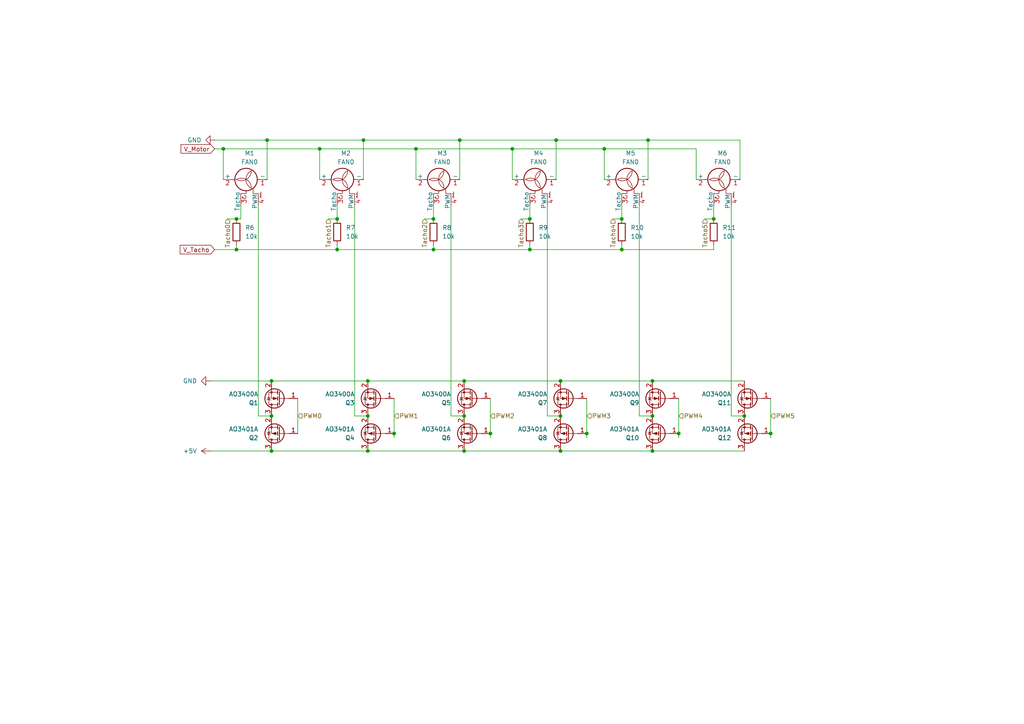
<source format=kicad_sch>
(kicad_sch (version 20231120) (generator "eeschema") (generator_version "8.0")
  (paper "A4")
  (title_block (comment 1 "Provides CMOS Not gate switching for the 5V PWM fan speed controlls") (comment 2 "Pulls the Tacho inputs up to 3.3V"))
  (lib_symbols
    (symbol "Device:R" (pin_numbers hide) (pin_names (offset 0))
      (property "Reference" "R" (at 2.032 0 90))
      (property "Value" "R" (at 0 0 90))
      (symbol "R_0_1"
        (rectangle (start -1.016 -2.54) (end 1.016 2.54) (stroke (width 0.254)))
      )
      (symbol "R_1_1"
        (pin passive line (at 0 3.81 270) (length 1.27) (name "~") (number "1"))
        (pin passive line (at 0 -3.81 90) (length 1.27) (name "~") (number "2"))
      )
    )
    (symbol "Motor:Fan_Tacho_PWM" (pin_names (offset 0))
      (property "Reference" "M" (at 2.54 5.08 0))
      (property "Value" "Fan_Tacho_PWM" (at 2.54 -2.54 0))
      (symbol "Fan_Tacho_PWM_0_0"
        (arc (start -5.588 1.524) (mid -5.08 1.0182) (end -4.572 1.524))
        (arc (start -5.08 2.032) (mid -5.4392 1.8832) (end -5.588 1.524))
        (polyline (pts (xy -5.08 2.032) (xy -5.334 2.159)))
        (polyline (pts (xy -5.08 2.032) (xy -5.207 1.778)))
        (polyline (pts (xy -4.064 2.54) (xy -4.064 1.016) (xy -3.302 1.016)))
      )
      (symbol "Fan_Tacho_PWM_0_1"
        (arc (start -2.54 -0.508) (mid 0.0028 0.9121) (end 0 3.81))
        (polyline (pts (xy -4.064 2.54) (xy -5.08 2.54)))
        (polyline (pts (xy 0 -5.08) (xy 0 -4.572)))
        (polyline (pts (xy 0 -2.2352) (xy 0 -2.6416)))
        (polyline (pts (xy 0 4.2672) (xy 0 4.6228)))
        (polyline (pts (xy 0 4.572) (xy 0 5.08)))
        (polyline (pts (xy -2.54 -1.016) (xy -4.064 -1.016) (xy -4.064 -2.54) (xy -5.08 -2.54)))
        (polyline (pts (xy -5.334 -3.302) (xy -5.08 -3.302) (xy -5.08 -3.048) (xy -4.826 -3.048) (xy -4.826 -3.302) (xy -4.318 -3.302) (xy -4.318 -3.048) (xy -4.064 -3.048) (xy -4.064 -3.302) (xy -3.556 -3.302)))
        (circle (center 0 1.016) (radius 3.2512) (stroke (width 0.254)))
        (arc (start 0 3.81) (mid 0.053 0.921) (end 2.54 -0.508))
        (arc (start 2.54 -0.508) (mid 0 1.0618) (end -2.54 -0.508))
      )
      (symbol "Fan_Tacho_PWM_1_1"
        (pin passive line (at 0 -5.08 90) (length 2.54) (name "-") (number "1"))
        (pin passive line (at 0 7.62 270) (length 2.54) (name "+") (number "2"))
        (pin passive line (at -7.62 2.54 0) (length 2.54) (name "Tacho") (number "3"))
        (pin input line (at -7.62 -2.54 0) (length 2.54) (name "PWM") (number "4"))
      )
    )
    (symbol "Transistor_FET:AO3400A" (pin_names hide)
      (property "Reference" "Q" (at 5.08 1.905 0))
      (property "Value" "AO3400A" (at 5.08 0 0))
      (symbol "AO3400A_0_1"
        (polyline (pts (xy 0.254 0) (xy -2.54 0)))
        (polyline (pts (xy 0.254 1.905) (xy 0.254 -1.905)) (stroke (width 0.254)))
        (polyline (pts (xy 0.762 -1.27) (xy 0.762 -2.286)) (stroke (width 0.254)))
        (polyline (pts (xy 0.762 0.508) (xy 0.762 -0.508)) (stroke (width 0.254)))
        (polyline (pts (xy 0.762 2.286) (xy 0.762 1.27)) (stroke (width 0.254)))
        (polyline (pts (xy 2.54 2.54) (xy 2.54 1.778)))
        (polyline (pts (xy 2.54 -2.54) (xy 2.54 0) (xy 0.762 0)))
        (polyline (pts (xy 0.762 -1.778) (xy 3.302 -1.778) (xy 3.302 1.778) (xy 0.762 1.778)))
        (polyline (pts (xy 1.016 0) (xy 2.032 0.381) (xy 2.032 -0.381) (xy 1.016 0)) (fill (type outline)))
        (polyline (pts (xy 2.794 0.508) (xy 2.921 0.381) (xy 3.683 0.381) (xy 3.81 0.254)))
        (polyline (pts (xy 3.302 0.381) (xy 2.921 -0.254) (xy 3.683 -0.254) (xy 3.302 0.381)))
        (circle (center 1.651 0) (radius 2.794) (stroke (width 0.254)))
        (circle (center 2.54 -1.778) (radius 0.254) (fill (type outline)))
        (circle (center 2.54 1.778) (radius 0.254) (fill (type outline)))
      )
      (symbol "AO3400A_1_1"
        (pin input line (at -5.08 0 0) (length 2.54) (name "G") (number "1"))
        (pin passive line (at 2.54 -5.08 90) (length 2.54) (name "S") (number "2"))
        (pin passive line (at 2.54 5.08 270) (length 2.54) (name "D") (number "3"))
      )
    )
    (symbol "Transistor_FET:AO3401A" (pin_names hide)
      (property "Reference" "Q" (at 5.08 1.905 0))
      (property "Value" "AO3401A" (at 5.08 0 0))
      (symbol "AO3401A_0_1"
        (polyline (pts (xy 0.254 0) (xy -2.54 0)))
        (polyline (pts (xy 0.254 1.905) (xy 0.254 -1.905)) (stroke (width 0.254)))
        (polyline (pts (xy 0.762 -1.27) (xy 0.762 -2.286)) (stroke (width 0.254)))
        (polyline (pts (xy 0.762 0.508) (xy 0.762 -0.508)) (stroke (width 0.254)))
        (polyline (pts (xy 0.762 2.286) (xy 0.762 1.27)) (stroke (width 0.254)))
        (polyline (pts (xy 2.54 2.54) (xy 2.54 1.778)))
        (polyline (pts (xy 2.54 -2.54) (xy 2.54 0) (xy 0.762 0)))
        (polyline (pts (xy 0.762 1.778) (xy 3.302 1.778) (xy 3.302 -1.778) (xy 0.762 -1.778)))
        (polyline (pts (xy 2.286 0) (xy 1.27 0.381) (xy 1.27 -0.381) (xy 2.286 0)) (fill (type outline)))
        (polyline (pts (xy 2.794 -0.508) (xy 2.921 -0.381) (xy 3.683 -0.381) (xy 3.81 -0.254)))
        (polyline (pts (xy 3.302 -0.381) (xy 2.921 0.254) (xy 3.683 0.254) (xy 3.302 -0.381)))
        (circle (center 1.651 0) (radius 2.794) (stroke (width 0.254)))
        (circle (center 2.54 -1.778) (radius 0.254) (fill (type outline)))
        (circle (center 2.54 1.778) (radius 0.254) (fill (type outline)))
      )
      (symbol "AO3401A_1_1"
        (pin input line (at -5.08 0 0) (length 2.54) (name "G") (number "1"))
        (pin passive line (at 2.54 -5.08 90) (length 2.54) (name "S") (number "2"))
        (pin passive line (at 2.54 5.08 270) (length 2.54) (name "D") (number "3"))
      )
    )
    (symbol "power:+5V" (power) (pin_numbers hide) (pin_names (offset 0) hide)
      (property "Value" "+5V" (at 0 3.556 0))
      (symbol "+5V_0_1"
        (polyline (pts (xy -0.762 1.27) (xy 0 2.54)))
        (polyline (pts (xy 0 0) (xy 0 2.54)))
        (polyline (pts (xy 0 2.54) (xy 0.762 1.27)))
      )
      (symbol "+5V_1_1"
        (pin power_in line (at 0 0 90) (length 0) (name "~") (number "1"))
      )
    )
    (symbol "power:GND" (power) (pin_numbers hide) (pin_names (offset 0) hide)
      (property "Value" "GND" (at 0 -3.81 0))
      (symbol "GND_0_1"
        (polyline (pts (xy 0 0) (xy 0 -1.27) (xy 1.27 -1.27) (xy 0 -2.54) (xy -1.27 -1.27) (xy 0 -1.27)))
      )
      (symbol "GND_1_1"
        (pin power_in line (at 0 0 270) (length 0) (name "~") (number "1"))
      )
    )
  )
  (junction (at 92.71 43.18))
  (junction (at 180.34 72.39))
  (junction (at 125.73 72.39))
  (junction (at 148.59 43.18))
  (junction (at 162.56 110.49))
  (junction (at 106.68 130.81))
  (junction (at 175.26 43.18))
  (junction (at 161.29 40.64))
  (junction (at 68.58 63.5))
  (junction (at 215.9 120.65))
  (junction (at 223.52 125.73))
  (junction (at 97.79 72.39))
  (junction (at 189.23 130.81))
  (junction (at 105.41 40.64))
  (junction (at 78.74 130.81))
  (junction (at 125.73 63.5))
  (junction (at 106.68 110.49))
  (junction (at 207.01 63.5))
  (junction (at 97.79 63.5))
  (junction (at 153.67 63.5))
  (junction (at 162.56 120.65))
  (junction (at 189.23 110.49))
  (junction (at 133.35 40.64))
  (junction (at 106.68 120.65))
  (junction (at 180.34 63.5))
  (junction (at 68.58 72.39))
  (junction (at 153.67 72.39))
  (junction (at 189.23 120.65))
  (junction (at 162.56 130.81))
  (junction (at 114.3 125.73))
  (junction (at 170.18 125.73))
  (junction (at 142.24 125.73))
  (junction (at 134.62 110.49))
  (junction (at 120.65 43.18))
  (junction (at 134.62 130.81))
  (junction (at 78.74 120.65))
  (junction (at 134.62 120.65))
  (junction (at 77.47 40.64))
  (junction (at 64.77 43.18))
  (junction (at 196.85 125.73))
  (junction (at 187.96 40.64))
  (junction (at 78.74 110.49))
  (wire (pts (xy 196.85 127) (xy 196.85 125.73)))
  (wire (pts (xy 123.19 63.5) (xy 125.73 63.5)))
  (wire (pts (xy 68.58 71.12) (xy 68.58 72.39)))
  (wire (pts (xy 207.01 72.39) (xy 180.34 72.39)))
  (wire (pts (xy 120.65 43.18) (xy 148.59 43.18)))
  (wire (pts (xy 125.73 72.39) (xy 153.67 72.39)))
  (wire (pts (xy 97.79 72.39) (xy 125.73 72.39)))
  (wire (pts (xy 148.59 43.18) (xy 175.26 43.18)))
  (wire (pts (xy 92.71 43.18) (xy 92.71 52.07)))
  (wire (pts (xy 177.8 63.5) (xy 180.34 63.5)))
  (wire (pts (xy 62.23 43.18) (xy 64.77 43.18)))
  (wire (pts (xy 64.77 43.18) (xy 92.71 43.18)))
  (wire (pts (xy 223.52 125.73) (xy 223.52 115.57)))
  (wire (pts (xy 134.62 110.49) (xy 162.56 110.49)))
  (wire (pts (xy 204.47 63.5) (xy 207.01 63.5)))
  (wire (pts (xy 212.09 120.65) (xy 215.9 120.65)))
  (wire (pts (xy 77.47 40.64) (xy 105.41 40.64)))
  (wire (pts (xy 158.75 120.65) (xy 162.56 120.65)))
  (wire (pts (xy 105.41 40.64) (xy 105.41 52.07)))
  (wire (pts (xy 148.59 43.18) (xy 148.59 52.07)))
  (wire (pts (xy 142.24 127) (xy 142.24 125.73)))
  (wire (pts (xy 102.87 120.65) (xy 106.68 120.65)))
  (wire (pts (xy 60.96 130.81) (xy 78.74 130.81)))
  (wire (pts (xy 214.63 40.64) (xy 214.63 52.07)))
  (wire (pts (xy 133.35 40.64) (xy 133.35 52.07)))
  (wire (pts (xy 161.29 40.64) (xy 187.96 40.64)))
  (wire (pts (xy 187.96 52.07) (xy 187.96 40.64)))
  (wire (pts (xy 212.09 59.69) (xy 212.09 120.65)))
  (wire (pts (xy 142.24 125.73) (xy 142.24 115.57)))
  (wire (pts (xy 114.3 125.73) (xy 114.3 115.57)))
  (wire (pts (xy 134.62 130.81) (xy 162.56 130.81)))
  (wire (pts (xy 175.26 43.18) (xy 175.26 52.07)))
  (wire (pts (xy 189.23 110.49) (xy 215.9 110.49)))
  (wire (pts (xy 153.67 71.12) (xy 153.67 72.39)))
  (wire (pts (xy 78.74 130.81) (xy 106.68 130.81)))
  (wire (pts (xy 97.79 59.69) (xy 97.79 63.5)))
  (wire (pts (xy 120.65 43.18) (xy 120.65 52.07)))
  (wire (pts (xy 170.18 125.73) (xy 170.18 115.57)))
  (wire (pts (xy 64.77 52.07) (xy 64.77 43.18)))
  (wire (pts (xy 66.04 63.5) (xy 68.58 63.5)))
  (wire (pts (xy 161.29 40.64) (xy 161.29 52.07)))
  (wire (pts (xy 185.42 120.65) (xy 189.23 120.65)))
  (wire (pts (xy 162.56 110.49) (xy 189.23 110.49)))
  (wire (pts (xy 223.52 127) (xy 223.52 125.73)))
  (wire (pts (xy 68.58 72.39) (xy 97.79 72.39)))
  (wire (pts (xy 95.25 63.5) (xy 97.79 63.5)))
  (wire (pts (xy 114.3 127) (xy 114.3 125.73)))
  (wire (pts (xy 207.01 59.69) (xy 207.01 63.5)))
  (wire (pts (xy 162.56 130.81) (xy 189.23 130.81)))
  (wire (pts (xy 187.96 40.64) (xy 214.63 40.64)))
  (wire (pts (xy 158.75 59.69) (xy 158.75 120.65)))
  (wire (pts (xy 180.34 71.12) (xy 180.34 72.39)))
  (wire (pts (xy 102.87 59.69) (xy 102.87 120.65)))
  (wire (pts (xy 60.96 110.49) (xy 78.74 110.49)))
  (wire (pts (xy 78.74 110.49) (xy 106.68 110.49)))
  (wire (pts (xy 185.42 59.69) (xy 185.42 120.65)))
  (wire (pts (xy 92.71 43.18) (xy 120.65 43.18)))
  (wire (pts (xy 133.35 40.64) (xy 161.29 40.64)))
  (wire (pts (xy 180.34 59.69) (xy 180.34 63.5)))
  (wire (pts (xy 77.47 40.64) (xy 77.47 52.07)))
  (wire (pts (xy 130.81 59.69) (xy 130.81 120.65)))
  (wire (pts (xy 105.41 40.64) (xy 133.35 40.64)))
  (wire (pts (xy 153.67 72.39) (xy 180.34 72.39)))
  (wire (pts (xy 69.85 59.69) (xy 69.85 63.5)))
  (wire (pts (xy 201.93 52.07) (xy 201.93 43.18)))
  (wire (pts (xy 130.81 120.65) (xy 134.62 120.65)))
  (wire (pts (xy 189.23 130.81) (xy 215.9 130.81)))
  (wire (pts (xy 97.79 71.12) (xy 97.79 72.39)))
  (wire (pts (xy 170.18 127) (xy 170.18 125.73)))
  (wire (pts (xy 207.01 71.12) (xy 207.01 72.39)))
  (wire (pts (xy 175.26 43.18) (xy 201.93 43.18)))
  (wire (pts (xy 106.68 110.49) (xy 134.62 110.49)))
  (wire (pts (xy 74.93 120.65) (xy 78.74 120.65)))
  (wire (pts (xy 125.73 71.12) (xy 125.73 72.39)))
  (wire (pts (xy 196.85 125.73) (xy 196.85 115.57)))
  (wire (pts (xy 151.13 63.5) (xy 153.67 63.5)))
  (wire (pts (xy 62.23 40.64) (xy 77.47 40.64)))
  (wire (pts (xy 153.67 59.69) (xy 153.67 63.5)))
  (wire (pts (xy 86.36 125.73) (xy 86.36 115.57)))
  (wire (pts (xy 62.23 72.39) (xy 68.58 72.39)))
  (wire (pts (xy 125.73 59.69) (xy 125.73 63.5)))
  (wire (pts (xy 106.68 130.81) (xy 134.62 130.81)))
  (wire (pts (xy 74.93 59.69) (xy 74.93 120.65)))
  (wire (pts (xy 68.58 63.5) (xy 69.85 63.5)))
  (global_label "V_Motor" (shape input) (at 62.23 43.18 180) (property "Intersheetrefs" "${INTERSHEET_REFS}" (effects (hide yes))))
  (global_label "V_Tacho" (shape input) (at 62.23 72.39 180) (property "Intersheetrefs" "${INTERSHEET_REFS}" (effects (hide yes))))
  (hierarchical_label "Tacho2" (shape input) (at 123.19 63.5 270))
  (hierarchical_label "PWM0" (shape input) (at 86.36 120.65 0))
  (hierarchical_label "Tacho1" (shape input) (at 95.25 63.5 270))
  (hierarchical_label "PWM1" (shape input) (at 114.3 120.65 0))
  (hierarchical_label "Tacho3" (shape input) (at 151.13 63.5 270))
  (hierarchical_label "Tacho4" (shape input) (at 177.8 63.5 270))
  (hierarchical_label "PWM2" (shape input) (at 142.24 120.65 0))
  (hierarchical_label "PWM4" (shape input) (at 196.85 120.65 0))
  (hierarchical_label "Tacho5" (shape input) (at 204.47 63.5 270))
  (hierarchical_label "PWM5" (shape input) (at 223.52 120.65 0))
  (hierarchical_label "PWM3" (shape input) (at 170.18 120.65 0))
  (hierarchical_label "Tacho0" (shape input) (at 66.04 63.5 270))
  (symbol (lib_id "Motor:Fan_Tacho_PWM") (at 128.27 52.07 90) (unit 1)
    (property "Reference" "M3" (at 128.27 44.45 90))
    (property "Value" "FAN0" (at 128.27 46.99 90))
    (property "Footprint" "Connector:FanPinHeader_1x04_P2.54mm_Vertical" (effects (hide yes)))
    (property "Datasheet" "http://www.formfactors.org/developer%5Cspecs%5Crev1_2_public.pdf" (effects (hide yes)))
    (property "Description" "Fan, tacho output, PWM input, 4-pin connector" (effects (hide yes)))
    (property "LCSC Part #" "C402778" (effects (hide yes)))
    (property "JLCPCB Rotation Offset" "90" (effects (hide yes)))
  )
  (symbol (lib_id "Transistor_FET:AO3401A") (at 218.44 125.73 180) (unit 1)
    (property "Reference" "Q12" (at 212.09 127.0001 0) (effects (justify left)))
    (property "Value" "AO3401A" (at 212.09 124.4601 0) (effects (justify left)))
    (property "Footprint" "Package_TO_SOT_SMD:SOT-23" (effects (hide yes)))
    (property "Datasheet" "http://www.aosmd.com/pdfs/datasheet/AO3401A.pdf" (effects (hide yes)))
    (property "Description" "-4.0A Id, -30V Vds, P-Channel MOSFET, SOT-23" (effects (hide yes)))
    (property "LCSC Part #" "C15127" (effects (hide yes)))
  )
  (symbol (lib_id "Transistor_FET:AO3400A") (at 218.44 115.57 180) (unit 1)
    (property "Reference" "Q11" (at 212.09 116.8401 0) (effects (justify left)))
    (property "Value" "AO3400A" (at 212.09 114.3001 0) (effects (justify left)))
    (property "Footprint" "Package_TO_SOT_SMD:SOT-23" (effects (hide yes)))
    (property "Datasheet" "http://www.aosmd.com/pdfs/datasheet/AO3400A.pdf" (effects (hide yes)))
    (property "Description" "30V Vds, 5.7A Id, N-Channel MOSFET, SOT-23" (effects (hide yes)))
    (property "LCSC Part #" "C20917" (effects (hide yes)))
  )
  (symbol (lib_id "Transistor_FET:AO3401A") (at 137.16 125.73 180) (unit 1)
    (property "Reference" "Q6" (at 130.81 127.0001 0) (effects (justify left)))
    (property "Value" "AO3401A" (at 130.81 124.4601 0) (effects (justify left)))
    (property "Footprint" "Package_TO_SOT_SMD:SOT-23" (effects (hide yes)))
    (property "Datasheet" "http://www.aosmd.com/pdfs/datasheet/AO3401A.pdf" (effects (hide yes)))
    (property "Description" "-4.0A Id, -30V Vds, P-Channel MOSFET, SOT-23" (effects (hide yes)))
    (property "LCSC Part #" "C15127" (effects (hide yes)))
  )
  (symbol (lib_id "Device:R") (at 153.67 67.31 0) (unit 1)
    (property "Reference" "R9" (at 156.21 66.0399 0) (effects (justify left)))
    (property "Value" "10k" (at 156.21 68.5799 0) (effects (justify left)))
    (property "Footprint" "Resistor_SMD:R_0805_2012Metric" (effects (hide yes)))
    (property "Description" "Resistor" (effects (hide yes)))
    (property "LCSC Part #" "C17414" (effects (hide yes)))
  )
  (symbol (lib_id "Device:R") (at 125.73 67.31 0) (unit 1)
    (property "Reference" "R8" (at 128.27 66.0399 0) (effects (justify left)))
    (property "Value" "10k" (at 128.27 68.5799 0) (effects (justify left)))
    (property "Footprint" "Resistor_SMD:R_0805_2012Metric" (effects (hide yes)))
    (property "Description" "Resistor" (effects (hide yes)))
    (property "LCSC Part #" "C17414" (effects (hide yes)))
  )
  (symbol (lib_id "power:+5V") (at 60.96 130.81 90) (unit 1)
    (property "Reference" "#PWR019" (effects (hide yes)))
    (property "Value" "+5V" (at 57.15 130.8099 90) (effects (justify left)))
    (property "Description" "Power symbol creates a global label with name \"+5V\"" (effects (hide yes)))
  )
  (symbol (lib_id "Device:R") (at 207.01 67.31 0) (unit 1)
    (property "Reference" "R11" (at 209.55 66.0399 0) (effects (justify left)))
    (property "Value" "10k" (at 209.55 68.5799 0) (effects (justify left)))
    (property "Footprint" "Resistor_SMD:R_0805_2012Metric" (effects (hide yes)))
    (property "Description" "Resistor" (effects (hide yes)))
    (property "LCSC Part #" "C17414" (effects (hide yes)))
  )
  (symbol (lib_id "Transistor_FET:AO3400A") (at 191.77 115.57 180) (unit 1)
    (property "Reference" "Q9" (at 185.42 116.8401 0) (effects (justify left)))
    (property "Value" "AO3400A" (at 185.42 114.3001 0) (effects (justify left)))
    (property "Footprint" "Package_TO_SOT_SMD:SOT-23" (effects (hide yes)))
    (property "Datasheet" "http://www.aosmd.com/pdfs/datasheet/AO3400A.pdf" (effects (hide yes)))
    (property "Description" "30V Vds, 5.7A Id, N-Channel MOSFET, SOT-23" (effects (hide yes)))
    (property "LCSC Part #" "C20917" (effects (hide yes)))
  )
  (symbol (lib_id "Transistor_FET:AO3401A") (at 165.1 125.73 180) (unit 1)
    (property "Reference" "Q8" (at 158.75 127.0001 0) (effects (justify left)))
    (property "Value" "AO3401A" (at 158.75 124.4601 0) (effects (justify left)))
    (property "Footprint" "Package_TO_SOT_SMD:SOT-23" (effects (hide yes)))
    (property "Datasheet" "http://www.aosmd.com/pdfs/datasheet/AO3401A.pdf" (effects (hide yes)))
    (property "Description" "-4.0A Id, -30V Vds, P-Channel MOSFET, SOT-23" (effects (hide yes)))
    (property "LCSC Part #" "C15127" (effects (hide yes)))
  )
  (symbol (lib_id "power:GND") (at 62.23 40.64 270) (unit 1)
    (property "Reference" "#PWR020" (effects (hide yes)))
    (property "Value" "GND" (at 58.42 40.6399 90) (effects (justify right)))
    (property "Description" "Power symbol creates a global label with name \"GND\" , ground" (effects (hide yes)))
  )
  (symbol (lib_id "Transistor_FET:AO3400A") (at 165.1 115.57 180) (unit 1)
    (property "Reference" "Q7" (at 158.75 116.8401 0) (effects (justify left)))
    (property "Value" "AO3400A" (at 158.75 114.3001 0) (effects (justify left)))
    (property "Footprint" "Package_TO_SOT_SMD:SOT-23" (effects (hide yes)))
    (property "Datasheet" "http://www.aosmd.com/pdfs/datasheet/AO3400A.pdf" (effects (hide yes)))
    (property "Description" "30V Vds, 5.7A Id, N-Channel MOSFET, SOT-23" (effects (hide yes)))
    (property "LCSC Part #" "C20917" (effects (hide yes)))
  )
  (symbol (lib_id "Motor:Fan_Tacho_PWM") (at 209.55 52.07 90) (unit 1)
    (property "Reference" "M6" (at 209.55 44.45 90))
    (property "Value" "FAN0" (at 209.55 46.99 90))
    (property "Footprint" "Connector:FanPinHeader_1x04_P2.54mm_Vertical" (effects (hide yes)))
    (property "Datasheet" "http://www.formfactors.org/developer%5Cspecs%5Crev1_2_public.pdf" (effects (hide yes)))
    (property "Description" "Fan, tacho output, PWM input, 4-pin connector" (effects (hide yes)))
    (property "LCSC Part #" "C402778" (effects (hide yes)))
    (property "JLCPCB Rotation Offset" "90" (effects (hide yes)))
  )
  (symbol (lib_id "Motor:Fan_Tacho_PWM") (at 72.39 52.07 90) (unit 1)
    (property "Reference" "M1" (at 72.39 44.45 90))
    (property "Value" "FAN0" (at 72.39 46.99 90))
    (property "Footprint" "Connector:FanPinHeader_1x04_P2.54mm_Vertical" (effects (hide yes)))
    (property "Datasheet" "http://www.formfactors.org/developer%5Cspecs%5Crev1_2_public.pdf" (effects (hide yes)))
    (property "Description" "Fan, tacho output, PWM input, 4-pin connector" (effects (hide yes)))
    (property "LCSC Part #" "C402778" (effects (hide yes)))
    (property "JLCPCB Rotation Offset" "90" (effects (hide yes)))
  )
  (symbol (lib_id "Transistor_FET:AO3400A") (at 81.28 115.57 180) (unit 1)
    (property "Reference" "Q1" (at 74.93 116.8401 0) (effects (justify left)))
    (property "Value" "AO3400A" (at 74.93 114.3001 0) (effects (justify left)))
    (property "Footprint" "Package_TO_SOT_SMD:SOT-23" (effects (hide yes)))
    (property "Datasheet" "http://www.aosmd.com/pdfs/datasheet/AO3400A.pdf" (effects (hide yes)))
    (property "Description" "30V Vds, 5.7A Id, N-Channel MOSFET, SOT-23" (effects (hide yes)))
    (property "LCSC Part #" "C20917" (effects (hide yes)))
  )
  (symbol (lib_id "Motor:Fan_Tacho_PWM") (at 156.21 52.07 90) (unit 1)
    (property "Reference" "M4" (at 156.21 44.45 90))
    (property "Value" "FAN0" (at 156.21 46.99 90))
    (property "Footprint" "Connector:FanPinHeader_1x04_P2.54mm_Vertical" (effects (hide yes)))
    (property "Datasheet" "http://www.formfactors.org/developer%5Cspecs%5Crev1_2_public.pdf" (effects (hide yes)))
    (property "Description" "Fan, tacho output, PWM input, 4-pin connector" (effects (hide yes)))
    (property "LCSC Part #" "C402778" (effects (hide yes)))
    (property "JLCPCB Rotation Offset" "90" (effects (hide yes)))
  )
  (symbol (lib_id "power:GND") (at 60.96 110.49 270) (unit 1)
    (property "Reference" "#PWR018" (effects (hide yes)))
    (property "Value" "GND" (at 57.15 110.4899 90) (effects (justify right)))
    (property "Description" "Power symbol creates a global label with name \"GND\" , ground" (effects (hide yes)))
  )
  (symbol (lib_id "Transistor_FET:AO3401A") (at 109.22 125.73 180) (unit 1)
    (property "Reference" "Q4" (at 102.87 127.0001 0) (effects (justify left)))
    (property "Value" "AO3401A" (at 102.87 124.4601 0) (effects (justify left)))
    (property "Footprint" "Package_TO_SOT_SMD:SOT-23" (effects (hide yes)))
    (property "Datasheet" "http://www.aosmd.com/pdfs/datasheet/AO3401A.pdf" (effects (hide yes)))
    (property "Description" "-4.0A Id, -30V Vds, P-Channel MOSFET, SOT-23" (effects (hide yes)))
    (property "LCSC Part #" "C15127" (effects (hide yes)))
  )
  (symbol (lib_id "Motor:Fan_Tacho_PWM") (at 100.33 52.07 90) (unit 1)
    (property "Reference" "M2" (at 100.33 44.45 90))
    (property "Value" "FAN0" (at 100.33 46.99 90))
    (property "Footprint" "Connector:FanPinHeader_1x04_P2.54mm_Vertical" (effects (hide yes)))
    (property "Datasheet" "http://www.formfactors.org/developer%5Cspecs%5Crev1_2_public.pdf" (effects (hide yes)))
    (property "Description" "Fan, tacho output, PWM input, 4-pin connector" (effects (hide yes)))
    (property "LCSC Part #" "C402778" (effects (hide yes)))
    (property "JLCPCB Rotation Offset" "90" (effects (hide yes)))
  )
  (symbol (lib_id "Motor:Fan_Tacho_PWM") (at 182.88 52.07 90) (unit 1)
    (property "Reference" "M5" (at 182.88 44.45 90))
    (property "Value" "FAN0" (at 182.88 46.99 90))
    (property "Footprint" "Connector:FanPinHeader_1x04_P2.54mm_Vertical" (effects (hide yes)))
    (property "Datasheet" "http://www.formfactors.org/developer%5Cspecs%5Crev1_2_public.pdf" (effects (hide yes)))
    (property "Description" "Fan, tacho output, PWM input, 4-pin connector" (effects (hide yes)))
    (property "LCSC Part #" "C402778" (effects (hide yes)))
    (property "JLCPCB Rotation Offset" "90" (effects (hide yes)))
  )
  (symbol (lib_id "Device:R") (at 97.79 67.31 0) (unit 1)
    (property "Reference" "R7" (at 100.33 66.0399 0) (effects (justify left)))
    (property "Value" "10k" (at 100.33 68.5799 0) (effects (justify left)))
    (property "Footprint" "Resistor_SMD:R_0805_2012Metric" (effects (hide yes)))
    (property "Description" "Resistor" (effects (hide yes)))
    (property "LCSC Part #" "C17414" (effects (hide yes)))
  )
  (symbol (lib_id "Transistor_FET:AO3401A") (at 81.28 125.73 180) (unit 1)
    (property "Reference" "Q2" (at 74.93 127.0001 0) (effects (justify left)))
    (property "Value" "AO3401A" (at 74.93 124.4601 0) (effects (justify left)))
    (property "Footprint" "Package_TO_SOT_SMD:SOT-23" (effects (hide yes)))
    (property "Datasheet" "http://www.aosmd.com/pdfs/datasheet/AO3401A.pdf" (effects (hide yes)))
    (property "Description" "-4.0A Id, -30V Vds, P-Channel MOSFET, SOT-23" (effects (hide yes)))
    (property "LCSC Part #" "C15127" (effects (hide yes)))
  )
  (symbol (lib_id "Transistor_FET:AO3401A") (at 191.77 125.73 180) (unit 1)
    (property "Reference" "Q10" (at 185.42 127.0001 0) (effects (justify left)))
    (property "Value" "AO3401A" (at 185.42 124.4601 0) (effects (justify left)))
    (property "Footprint" "Package_TO_SOT_SMD:SOT-23" (effects (hide yes)))
    (property "Datasheet" "http://www.aosmd.com/pdfs/datasheet/AO3401A.pdf" (effects (hide yes)))
    (property "Description" "-4.0A Id, -30V Vds, P-Channel MOSFET, SOT-23" (effects (hide yes)))
    (property "LCSC Part #" "C15127" (effects (hide yes)))
  )
  (symbol (lib_id "Transistor_FET:AO3400A") (at 109.22 115.57 180) (unit 1)
    (property "Reference" "Q3" (at 102.87 116.8401 0) (effects (justify left)))
    (property "Value" "AO3400A" (at 102.87 114.3001 0) (effects (justify left)))
    (property "Footprint" "Package_TO_SOT_SMD:SOT-23" (effects (hide yes)))
    (property "Datasheet" "http://www.aosmd.com/pdfs/datasheet/AO3400A.pdf" (effects (hide yes)))
    (property "Description" "30V Vds, 5.7A Id, N-Channel MOSFET, SOT-23" (effects (hide yes)))
    (property "LCSC Part #" "C20917" (effects (hide yes)))
  )
  (symbol (lib_id "Transistor_FET:AO3400A") (at 137.16 115.57 180) (unit 1)
    (property "Reference" "Q5" (at 130.81 116.8401 0) (effects (justify left)))
    (property "Value" "AO3400A" (at 130.81 114.3001 0) (effects (justify left)))
    (property "Footprint" "Package_TO_SOT_SMD:SOT-23" (effects (hide yes)))
    (property "Datasheet" "http://www.aosmd.com/pdfs/datasheet/AO3400A.pdf" (effects (hide yes)))
    (property "Description" "30V Vds, 5.7A Id, N-Channel MOSFET, SOT-23" (effects (hide yes)))
    (property "LCSC Part #" "C20917" (effects (hide yes)))
  )
  (symbol (lib_id "Device:R") (at 180.34 67.31 0) (unit 1)
    (property "Reference" "R10" (at 182.88 66.0399 0) (effects (justify left)))
    (property "Value" "10k" (at 182.88 68.5799 0) (effects (justify left)))
    (property "Footprint" "Resistor_SMD:R_0805_2012Metric" (effects (hide yes)))
    (property "Description" "Resistor" (effects (hide yes)))
    (property "LCSC Part #" "C17414" (effects (hide yes)))
  )
  (symbol (lib_id "Device:R") (at 68.58 67.31 0) (unit 1)
    (property "Reference" "R6" (at 71.12 66.0399 0) (effects (justify left)))
    (property "Value" "10k" (at 71.12 68.5799 0) (effects (justify left)))
    (property "Footprint" "Resistor_SMD:R_0805_2012Metric" (effects (hide yes)))
    (property "Description" "Resistor" (effects (hide yes)))
    (property "LCSC Part #" "C17414" (effects (hide yes)))
  )
)
</source>
